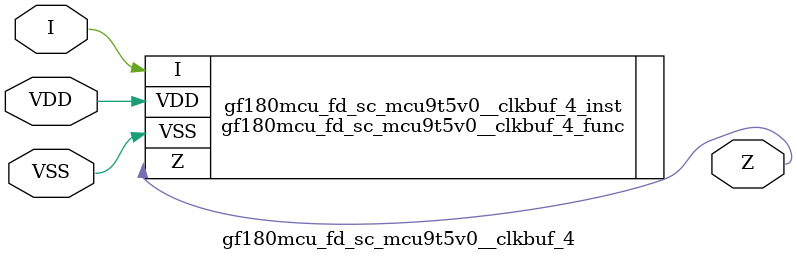
<source format=v>

module gf180mcu_fd_sc_mcu9t5v0__clkbuf_4( I, Z, VDD, VSS );
input I;
inout VDD, VSS;
output Z;

   `ifdef FUNCTIONAL  //  functional //

	gf180mcu_fd_sc_mcu9t5v0__clkbuf_4_func gf180mcu_fd_sc_mcu9t5v0__clkbuf_4_behav_inst(.I(I),.Z(Z),.VDD(VDD),.VSS(VSS));

   `else

	gf180mcu_fd_sc_mcu9t5v0__clkbuf_4_func gf180mcu_fd_sc_mcu9t5v0__clkbuf_4_inst(.I(I),.Z(Z),.VDD(VDD),.VSS(VSS));

	// spec_gates_begin


	// spec_gates_end



   specify

	// specify_block_begin

	// comb arc I --> Z
	 (I => Z) = (1.0,1.0);

	// specify_block_end

   endspecify

   `endif

endmodule

</source>
